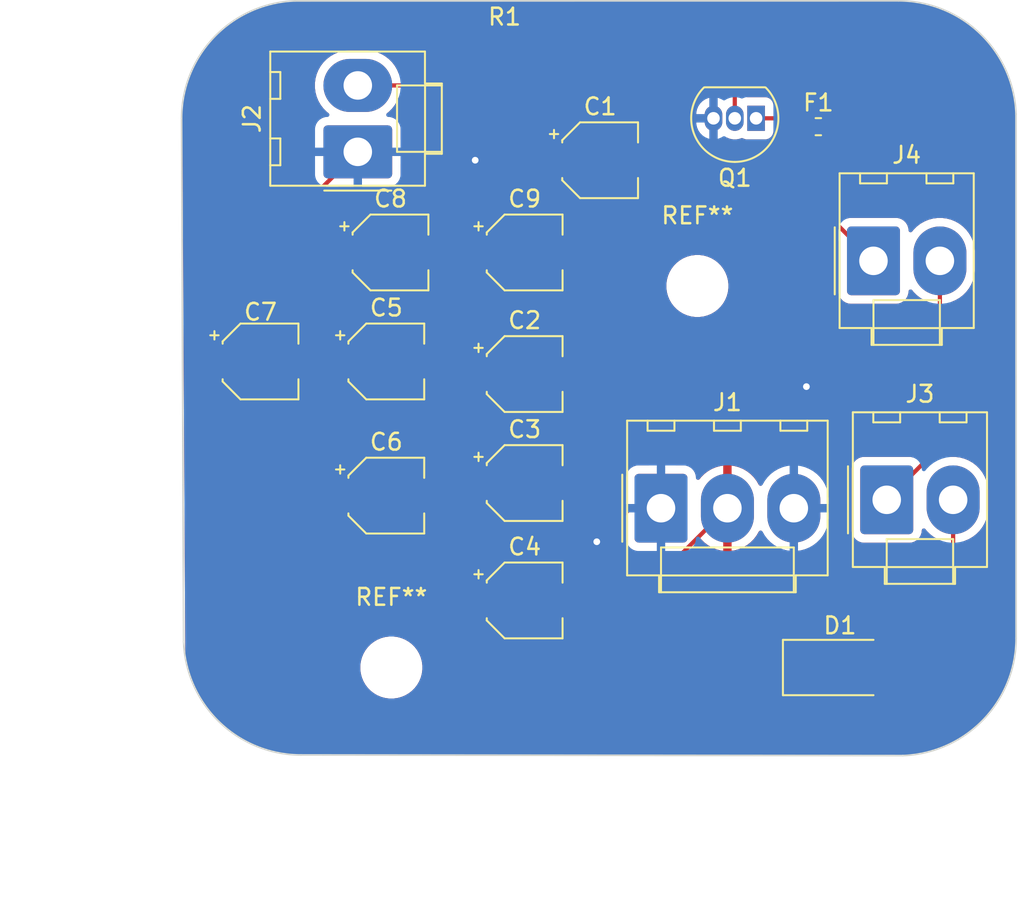
<source format=kicad_pcb>
(kicad_pcb (version 20240108) (generator "pcbnew") (generator_version "8.0")
  (title_block (title "HornsBoard") (date "2024-10-05") (rev "0.0") (company "Illini Solar Car") (comment 1 "Designed By: Evan Hsieh"))
  (layers (0 "F.Cu" signal) (31 "B.Cu" signal) (34 "B.Paste" user) (35 "F.Paste" user) (36 "B.SilkS" user "B.Silkscreen") (37 "F.SilkS" user "F.Silkscreen") (38 "B.Mask" user) (39 "F.Mask" user) (44 "Edge.Cuts" user))
  (net 0 "")
  (net 1 "Net-(Q1-D)")
  (net 2 "Net-(Q1-G)")
  (net 3 "GND")
  (net 4 "/HornIn")
  (net 5 "+24V")
  (net 6 "/HornCtrl")
  (net 7 "Net-(C1-Pad1)")
  (net 8 "Net-(J4-Pin_1)")
  (net 9 "Net-(J3-Pin_1)")
  (net 10 "Net-(C2-Pad2)")
  (net 11 "Net-(C2-Pad1)")
  (net 12 "Net-(C3-Pad2)")
  (net 13 "Net-(C5-Pad2)")
  (net 14 "Net-(C5-Pad1)")
  (net 15 "Net-(C6-Pad2)")
  (net 16 "Net-(C8-Pad1)")
  (footprint "Connector_Molex:Molex_KK-396_A-41791-0002_1x02_P3.96mm_Vertical" (layer "F.Cu") (at 168.25 95)
    (property "Reference" "J4" (at 1.98 -6.31 0) (layer "F.SilkS"))
    (property "Value" "Conn_01x02")
    (fp_line (start -2.31 -2) (end -2.31 2) (stroke (width 0.12)) (layer "F.SilkS"))
    (fp_line (start -2.02 -5.22) (end 5.98 -5.22) (stroke (width 0.12)) (layer "F.SilkS"))
    (fp_line (start -2.02 4.005) (end -2.02 -5.22) (stroke (width 0.12)) (layer "F.SilkS"))
    (fp_line (start -0.8 -5.22) (end -0.8 -4.62) (stroke (width 0.12)) (layer "F.SilkS"))
    (fp_line (start -0.8 -4.62) (end 0.8 -4.62) (stroke (width 0.12)) (layer "F.SilkS"))
    (fp_line (start -0.115 4.005) (end -2.02 4.005) (stroke (width 0.12)) (layer "F.SilkS"))
    (fp_line (start -0.115 5.01) (end -0.115 4.005) (stroke (width 0.12)) (layer "F.SilkS"))
    (fp_line (start 0 2.34) (end 3.96 2.34) (stroke (width 0.12)) (layer "F.SilkS"))
    (fp_line (start 0 4.01) (end 0 2.34) (stroke (width 0.12)) (layer "F.SilkS"))
    (fp_line (start 0 4.01) (end 3.96 4.01) (stroke (width 0.12)) (layer "F.SilkS"))
    (fp_line (start 0 5.01) (end 0 4.01) (stroke (width 0.12)) (layer "F.SilkS"))
    (fp_line (start 0.8 -4.62) (end 0.8 -5.22) (stroke (width 0.12)) (layer "F.SilkS"))
    (fp_line (start 3.16 -5.22) (end 3.16 -4.62) (stroke (width 0.12)) (layer "F.SilkS"))
    (fp_line (start 3.16 -4.62) (end 4.76 -4.62) (stroke (width 0.12)) (layer "F.SilkS"))
    (fp_line (start 3.96 2.34) (end 3.96 4.01) (stroke (width 0.12)) (layer "F.SilkS"))
    (fp_line (start 3.96 4.01) (end 3.96 5.01) (stroke (width 0.12)) (layer "F.SilkS"))
    (fp_line (start 4.075 4.005) (end 4.075 5.01) (stroke (width 0.12)) (layer "F.SilkS"))
    (fp_line (start 4.075 5.01) (end -0.115 5.01) (stroke (width 0.12)) (layer "F.SilkS"))
    (fp_line (start 4.76 -4.62) (end 4.76 -5.22) (stroke (width 0.12)) (layer "F.SilkS"))
    (fp_line (start 5.98 -5.22) (end 5.98 4.005) (stroke (width 0.12)) (layer "F.SilkS"))
    (fp_line (start 5.98 4.005) (end 4.075 4.005) (stroke (width 0.12)) (layer "F.SilkS"))
    (pad "1" thru_hole roundrect (at 0 0) (size 3.16 4.1) (drill 1.7) (layers "*.Cu" "*.Mask") (roundrect_rratio 0.079114) (net 8 "Net-(J4-Pin_1)"))
    (pad "2" thru_hole oval (at 3.96 0) (size 3.16 4.1) (drill 1.7) (layers "*.Cu" "*.Mask") (net 9 "Net-(J3-Pin_1)"))
  )
  (footprint "Resistor_SMD:R_0201_0603Metric" (layer "F.Cu") (at 146.25 81.5)
    (property "Reference" "R1" (at 0 -1.05 0) (layer "F.SilkS"))
    (property "Value" "1 kOhm")
    (pad "1" smd roundrect (at -0.32 0) (size 0.46 0.4) (layers "F.Cu" "F.Mask") (net 6 "/HornCtrl"))
    (pad "2" smd roundrect (at 0.32 0) (size 0.46 0.4) (layers "F.Cu" "F.Mask") (net 7 "Net-(C1-Pad1)"))
  )
  (footprint "Package_TO_SOT_THT:TO-92_Inline" (layer "F.Cu") (at 161.25 86.5 180)
    (property "Reference" "Q1" (at 1.27 -3.56 0) (layer "F.SilkS"))
    (property "Value" "BS108")
    (fp_line (start -0.53 1.85) (end 3.07 1.85) (stroke (width 0.12)) (layer "F.SilkS"))
    (fp_arc (start 1.27 -2.6) (mid 3.672087 -0.994977) (end 3.108478 1.838478) (stroke (width 0.12)) (layer "F.SilkS"))
    (fp_arc (start -0.568478 1.838478) (mid -1.132087 -0.994977) (end 1.27 -2.6) (stroke (width 0.12)) (layer "F.SilkS"))
    (pad "1" thru_hole rect (at 0 0 180) (size 1.05 1.5) (drill 0.75) (layers "*.Cu" "*.Mask") (net 1 "Net-(Q1-D)"))
    (pad "2" thru_hole oval (at 1.27 0 180) (size 1.05 1.5) (drill 0.75) (layers "*.Cu" "*.Mask") (net 2 "Net-(Q1-G)"))
    (pad "3" thru_hole oval (at 2.54 0 180) (size 1.05 1.5) (drill 0.75) (layers "*.Cu" "*.Mask") (net 3 "GND"))
  )
  (footprint "Connector_Molex:Molex_KK-396_A-41791-0002_1x02_P3.96mm_Vertical" (layer "F.Cu") (at 137.5 88.5 90)
    (property "Reference" "J2" (at 1.98 -6.31 90) (layer "F.SilkS"))
    (property "Value" "Conn_01x02")
    (fp_line (start 5.98 -5.22) (end 5.98 4.005) (stroke (width 0.12)) (layer "F.SilkS"))
    (fp_line (start 3.16 -5.22) (end 3.16 -4.62) (stroke (width 0.12)) (layer "F.SilkS"))
    (fp_line (start -0.8 -5.22) (end -0.8 -4.62) (stroke (width 0.12)) (layer "F.SilkS"))
    (fp_line (start -2.02 -5.22) (end 5.98 -5.22) (stroke (width 0.12)) (layer "F.SilkS"))
    (fp_line (start 4.76 -4.62) (end 4.76 -5.22) (stroke (width 0.12)) (layer "F.SilkS"))
    (fp_line (start 3.16 -4.62) (end 4.76 -4.62) (stroke (width 0.12)) (layer "F.SilkS"))
    (fp_line (start 0.8 -4.62) (end 0.8 -5.22) (stroke (width 0.12)) (layer "F.SilkS"))
    (fp_line (start -0.8 -4.62) (end 0.8 -4.62) (stroke (width 0.12)) (layer "F.SilkS"))
    (fp_line (start -2.31 -2) (end -2.31 2) (stroke (width 0.12)) (layer "F.SilkS"))
    (fp_line (start 3.96 2.34) (end 3.96 4.01) (stroke (width 0.12)) (layer "F.SilkS"))
    (fp_line (start 0 2.34) (end 3.96 2.34) (stroke (width 0.12)) (layer "F.SilkS"))
    (fp_line (start 5.98 4.005) (end 4.075 4.005) (stroke (width 0.12)) (layer "F.SilkS"))
    (fp_line (start 4.075 4.005) (end 4.075 5.01) (stroke (width 0.12)) (layer "F.SilkS"))
    (fp_line (start -0.115 4.005) (end -2.02 4.005) (stroke (width 0.12)) (layer "F.SilkS"))
    (fp_line (start -2.02 4.005) (end -2.02 -5.22) (stroke (width 0.12)) (layer "F.SilkS"))
    (fp_line (start 3.96 4.01) (end 3.96 5.01) (stroke (width 0.12)) (layer "F.SilkS"))
    (fp_line (start 0 4.01) (end 0 2.34) (stroke (width 0.12)) (layer "F.SilkS"))
    (fp_line (start 0 4.01) (end 3.96 4.01) (stroke (width 0.12)) (layer "F.SilkS"))
    (fp_line (start 4.075 5.01) (end -0.115 5.01) (stroke (width 0.12)) (layer "F.SilkS"))
    (fp_line (start 0 5.01) (end 0 4.01) (stroke (width 0.12)) (layer "F.SilkS"))
    (fp_line (start -0.115 5.01) (end -0.115 4.005) (stroke (width 0.12)) (layer "F.SilkS"))
    (pad "1" thru_hole roundrect (at 0 0 90) (size 3.16 4.1) (drill 1.7) (layers "*.Cu" "*.Mask") (roundrect_rratio 0.079114) (net 3 "GND"))
    (pad "2" thru_hole oval (at 3.96 0 90) (size 3.16 4.1) (drill 1.7) (layers "*.Cu" "*.Mask") (net 6 "/HornCtrl"))
  )
  (footprint "Capacitor_SMD:CP_Elec_4x4.5" (layer "F.Cu") (at 151.95 89)
    (property "Reference" "C1" (at 0 -3.2 0) (layer "F.SilkS"))
    (property "Value" ".1 uF")
    (fp_line (start -3 -1.56) (end -2.5 -1.56) (stroke (width 0.12)) (layer "F.SilkS"))
    (fp_line (start -2.75 -1.81) (end -2.75 -1.31) (stroke (width 0.12)) (layer "F.SilkS"))
    (fp_line (start -2.26 -1.195563) (end -2.26 -1.06) (stroke (width 0.12)) (layer "F.SilkS"))
    (fp_line (start -2.26 -1.195563) (end -1.195563 -2.26) (stroke (width 0.12)) (layer "F.SilkS"))
    (fp_line (start -2.26 1.195563) (end -2.26 1.06) (stroke (width 0.12)) (layer "F.SilkS"))
    (fp_line (start -2.26 1.195563) (end -1.195563 2.26) (stroke (width 0.12)) (layer "F.SilkS"))
    (fp_line (start -1.195563 -2.26) (end 2.26 -2.26) (stroke (width 0.12)) (layer "F.SilkS"))
    (fp_line (start -1.195563 2.26) (end 2.26 2.26) (stroke (width 0.12)) (layer "F.SilkS"))
    (fp_line (start 2.26 -2.26) (end 2.26 -1.06) (stroke (width 0.12)) (layer "F.SilkS"))
    (fp_line (start 2.26 2.26) (end 2.26 1.06) (stroke (width 0.12)) (layer "F.SilkS"))
    (pad "1" smd roundrect (at -1.8 0) (size 2.6 1.6) (layers "F.Cu" "F.Paste" "F.Mask") (roundrect_rratio 0.15625) (net 7 "Net-(C1-Pad1)"))
    (pad "2" smd roundrect (at 1.8 0) (size 2.6 1.6) (layers "F.Cu" "F.Paste" "F.Mask") (roundrect_rratio 0.15625) (net 2 "Net-(Q1-G)"))
  )
  (footprint "Connector_Molex:Molex_KK-396_A-41791-0002_1x02_P3.96mm_Vertical" (layer "F.Cu") (at 169.04 109.25)
    (property "Reference" "J3" (at 1.98 -6.31 0) (layer "F.SilkS"))
    (property "Value" "Conn_01x02")
    (fp_line (start -2.31 -2) (end -2.31 2) (stroke (width 0.12)) (layer "F.SilkS"))
    (fp_line (start -2.02 -5.22) (end 5.98 -5.22) (stroke (width 0.12)) (layer "F.SilkS"))
    (fp_line (start -2.02 4.005) (end -2.02 -5.22) (stroke (width 0.12)) (layer "F.SilkS"))
    (fp_line (start -0.8 -5.22) (end -0.8 -4.62) (stroke (width 0.12)) (layer "F.SilkS"))
    (fp_line (start -0.8 -4.62) (end 0.8 -4.62) (stroke (width 0.12)) (layer "F.SilkS"))
    (fp_line (start -0.115 4.005) (end -2.02 4.005) (stroke (width 0.12)) (layer "F.SilkS"))
    (fp_line (start -0.115 5.01) (end -0.115 4.005) (stroke (width 0.12)) (layer "F.SilkS"))
    (fp_line (start 0 2.34) (end 3.96 2.34) (stroke (width 0.12)) (layer "F.SilkS"))
    (fp_line (start 0 4.01) (end 0 2.34) (stroke (width 0.12)) (layer "F.SilkS"))
    (fp_line (start 0 4.01) (end 3.96 4.01) (stroke (width 0.12)) (layer "F.SilkS"))
    (fp_line (start 0 5.01) (end 0 4.01) (stroke (width 0.12)) (layer "F.SilkS"))
    (fp_line (start 0.8 -4.62) (end 0.8 -5.22) (stroke (width 0.12)) (layer "F.SilkS"))
    (fp_line (start 3.16 -5.22) (end 3.16 -4.62) (stroke (width 0.12)) (layer "F.SilkS"))
    (fp_line (start 3.16 -4.62) (end 4.76 -4.62) (stroke (width 0.12)) (layer "F.SilkS"))
    (fp_line (start 3.96 2.34) (end 3.96 4.01) (stroke (width 0.12)) (layer "F.SilkS"))
    (fp_line (start 3.96 4.01) (end 3.96 5.01) (stroke (width 0.12)) (layer "F.SilkS"))
    (fp_line (start 4.075 4.005) (end 4.075 5.01) (stroke (width 0.12)) (layer "F.SilkS"))
    (fp_line (start 4.075 5.01) (end -0.115 5.01) (stroke (width 0.12)) (layer "F.SilkS"))
    (fp_line (start 4.76 -4.62) (end 4.76 -5.22) (stroke (width 0.12)) (layer "F.SilkS"))
    (fp_line (start 5.98 -5.22) (end 5.98 4.005) (stroke (width 0.12)) (layer "F.SilkS"))
    (fp_line (start 5.98 4.005) (end 4.075 4.005) (stroke (width 0.12)) (layer "F.SilkS"))
    (pad "1" thru_hole roundrect (at 0 0) (size 3.16 4.1) (drill 1.7) (layers "*.Cu" "*.Mask") (roundrect_rratio 0.079114) (net 9 "Net-(J3-Pin_1)"))
    (pad "2" thru_hole oval (at 3.96 0) (size 3.16 4.1) (drill 1.7) (layers "*.Cu" "*.Mask") (net 4 "/HornIn"))
  )
  (footprint "Capacitor_SMD:CP_Elec_4x4.5" (layer "F.Cu") (at 147.45 101.75)
    (property "Reference" "C2" (at 0 -3.2 0) (layer "F.SilkS"))
    (property "Value" "1 uF")
    (fp_line (start -3 -1.56) (end -2.5 -1.56) (stroke (width 0.12)) (layer "F.SilkS"))
    (fp_line (start -2.75 -1.81) (end -2.75 -1.31) (stroke (width 0.12)) (layer "F.SilkS"))
    (fp_line (start -2.26 -1.195563) (end -2.26 -1.06) (stroke (width 0.12)) (layer "F.SilkS"))
    (fp_line (start -2.26 -1.195563) (end -1.195563 -2.26) (stroke (width 0.12)) (layer "F.SilkS"))
    (fp_line (start -2.26 1.195563) (end -2.26 1.06) (stroke (width 0.12)) (layer "F.SilkS"))
    (fp_line (start -2.26 1.195563) (end -1.195563 2.26) (stroke (width 0.12)) (layer "F.SilkS"))
    (fp_line (start -1.195563 -2.26) (end 2.26 -2.26) (stroke (width 0.12)) (layer "F.SilkS"))
    (fp_line (start -1.195563 2.26) (end 2.26 2.26) (stroke (width 0.12)) (layer "F.SilkS"))
    (fp_line (start 2.26 -2.26) (end 2.26 -1.06) (stroke (width 0.12)) (layer "F.SilkS"))
    (fp_line (start 2.26 2.26) (end 2.26 1.06) (stroke (width 0.12)) (layer "F.SilkS"))
    (pad "1" smd roundrect (at -1.8 0) (size 2.6 1.6) (layers "F.Cu" "F.Paste" "F.Mask") (roundrect_rratio 0.15625) (net 11 "Net-(C2-Pad1)"))
    (pad "2" smd roundrect (at 1.8 0) (size 2.6 1.6) (layers "F.Cu" "F.Paste" "F.Mask") (roundrect_rratio 0.15625) (net 10 "Net-(C2-Pad2)"))
  )
  (footprint "Capacitor_SMD:CP_Elec_4x4.5" (layer "F.Cu") (at 147.45 94.5)
    (property "Reference" "C9" (at 0 -3.2 0) (layer "F.SilkS"))
    (property "Value" "100 uF")
    (fp_line (start -3 -1.56) (end -2.5 -1.56) (stroke (width 0.12)) (layer "F.SilkS"))
    (fp_line (start -2.75 -1.81) (end -2.75 -1.31) (stroke (width 0.12)) (layer "F.SilkS"))
    (fp_line (start -2.26 -1.195563) (end -2.26 -1.06) (stroke (width 0.12)) (layer "F.SilkS"))
    (fp_line (start -2.26 -1.195563) (end -1.195563 -2.26) (stroke (width 0.12)) (layer "F.SilkS"))
    (fp_line (start -2.26 1.195563) (end -2.26 1.06) (stroke (width 0.12)) (layer "F.SilkS"))
    (fp_line (start -2.26 1.195563) (end -1.195563 2.26) (stroke (width 0.12)) (layer "F.SilkS"))
    (fp_line (start -1.195563 -2.26) (end 2.26 -2.26) (stroke (width 0.12)) (layer "F.SilkS"))
    (fp_line (start -1.195563 2.26) (end 2.26 2.26) (stroke (width 0.12)) (layer "F.SilkS"))
    (fp_line (start 2.26 -2.26) (end 2.26 -1.06) (stroke (width 0.12)) (layer "F.SilkS"))
    (fp_line (start 2.26 2.26) (end 2.26 1.06) (stroke (width 0.12)) (layer "F.SilkS"))
    (pad "1" smd roundrect (at -1.8 0) (size 2.6 1.6) (layers "F.Cu" "F.Paste" "F.Mask") (roundrect_rratio 0.15625) (net 16 "Net-(C8-Pad1)"))
    (pad "2" smd roundrect (at 1.8 0) (size 2.6 1.6) (layers "F.Cu" "F.Paste" "F.Mask") (roundrect_rratio 0.15625) (net 11 "Net-(C2-Pad1)"))
  )
  (footprint "MountingHole:MountingHole_3.2mm_M3" (layer "F.Cu") (at 139.5 119.25)
    (property "Reference" "REF**" (at 0 -4.2 0) (layer "F.SilkS"))
    (property "Value" "MountingHole_3.2mm_M3")
    (pad "" np_thru_hole circle (at 0 0) (size 3.2 3.2) (drill 3.2) (layers "*.Cu" "*.Mask"))
  )
  (footprint "Fuse:Fuse_0603_1608Metric" (layer "F.Cu") (at 164.9625 87)
    (property "Reference" "F1" (at 0 -1.43 0) (layer "F.SilkS"))
    (property "Value" "2A")
    (fp_line (start -0.162779 -0.51) (end 0.162779 -0.51) (stroke (width 0.12)) (layer "F.SilkS"))
    (fp_line (start -0.162779 0.51) (end 0.162779 0.51) (stroke (width 0.12)) (layer "F.SilkS"))
    (pad "1" smd roundrect (at -0.7875 0) (size 0.875 0.95) (layers "F.Cu" "F.Paste" "F.Mask") (net 1 "Net-(Q1-D)"))
    (pad "2" smd roundrect (at 0.7875 0) (size 0.875 0.95) (layers "F.Cu" "F.Paste" "F.Mask") (net 8 "Net-(J4-Pin_1)"))
  )
  (footprint "Diode_SMD:D_SMA" (layer "F.Cu") (at 166.25 119.25)
    (property "Reference" "D1" (at 0 -2.5 0) (layer "F.SilkS"))
    (property "Value" "US2DA")
    (fp_line (start -3.4 -1.65) (end -3.4 1.65) (stroke (width 0.12)) (layer "F.SilkS"))
    (fp_line (start -3.4 -1.65) (end 2 -1.65) (stroke (width 0.12)) (layer "F.SilkS"))
    (fp_line (start -3.4 1.65) (end 2 1.65) (stroke (width 0.12)) (layer "F.SilkS"))
    (pad "1" smd rect (at -2 0) (size 2.5 1.8) (layers "F.Cu" "F.Paste" "F.Mask") (net 5 "+24V"))
    (pad "2" smd rect (at 2 0) (size 2.5 1.8) (layers "F.Cu" "F.Paste" "F.Mask") (net 4 "/HornIn"))
  )
  (footprint "Connector_Molex:Molex_KK-396_A-41791-0003_1x03_P3.96mm_Vertical" (layer "F.Cu") (at 155.58 109.75)
    (property "Reference" "J1" (at 3.96 -6.31 0) (layer "F.SilkS"))
    (property "Value" "Conn_01x03")
    (fp_line (start -2.31 -2) (end -2.31 2) (stroke (width 0.12)) (layer "F.SilkS"))
    (fp_line (start -2.02 -5.22) (end 9.94 -5.22) (stroke (width 0.12)) (layer "F.SilkS"))
    (fp_line (start -2.02 4.005) (end -2.02 -5.22) (stroke (width 0.12)) (layer "F.SilkS"))
    (fp_line (start -0.8 -5.22) (end -0.8 -4.62) (stroke (width 0.12)) (layer "F.SilkS"))
    (fp_line (start -0.8 -4.62) (end 0.8 -4.62) (stroke (width 0.12)) (layer "F.SilkS"))
    (fp_line (start -0.115 4.005) (end -2.02 4.005) (stroke (width 0.12)) (layer "F.SilkS"))
    (fp_line (start -0.115 5.01) (end -0.115 4.005) (stroke (width 0.12)) (layer "F.SilkS"))
    (fp_line (start 0 2.34) (end 7.92 2.34) (stroke (width 0.12)) (layer "F.SilkS"))
    (fp_line (start 0 4.01) (end 0 2.34) (stroke (width 0.12)) (layer "F.SilkS"))
    (fp_line (start 0 4.01) (end 7.92 4.01) (stroke (width 0.12)) (layer "F.SilkS"))
    (fp_line (start 0 5.01) (end 0 4.01) (stroke (width 0.12)) (layer "F.SilkS"))
    (fp_line (start 0.8 -4.62) (end 0.8 -5.22) (stroke (width 0.12)) (layer "F.SilkS"))
    (fp_line (start 3.16 -5.22) (end 3.16 -4.62) (stroke (width 0.12)) (layer "F.SilkS"))
    (fp_line (start 3.16 -4.62) (end 4.76 -4.62) (stroke (width 0.12)) (layer "F.SilkS"))
    (fp_line (start 4.76 -4.62) (end 4.76 -5.22) (stroke (width 0.12)) (layer "F.SilkS"))
    (fp_line (start 7.12 -5.22) (end 7.12 -4.62) (stroke (width 0.12)) (layer "F.SilkS"))
    (fp_line (start 7.12 -4.62) (end 8.72 -4.62) (stroke (width 0.12)) (layer "F.SilkS"))
    (fp_line (start 7.92 2.34) (end 7.92 4.01) (stroke (width 0.12)) (layer "F.SilkS"))
    (fp_line (start 7.92 4.01) (end 7.92 5.01) (stroke (width 0.12)) (layer "F.SilkS"))
    (fp_line (start 8.035 4.005) (end 8.035 5.01) (stroke (width 0.12)) (layer "F.SilkS"))
    (fp_line (start 8.035 5.01) (end -0.115 5.01) (stroke (width 0.12)) (layer "F.SilkS"))
    (fp_line (start 8.72 -4.62) (end 8.72 -5.22) (stroke (width 0.12)) (layer "F.SilkS"))
    (fp_line (start 9.94 -5.22) (end 9.94 4.005) (stroke (width 0.12)) (layer "F.SilkS"))
    (fp_line (start 9.94 4.005) (end 8.035 4.005) (stroke (width 0.12)) (layer "F.SilkS"))
    (pad "1" thru_hole roundrect (at 0 0) (size 3.16 4.1) (drill 1.7) (layers "*.Cu" "*.Mask") (roundrect_rratio 0.079114) (net 3 "GND"))
    (pad "2" thru_hole oval (at 3.96 0) (size 3.16 4.1) (drill 1.7) (layers "*.Cu" "*.Mask") (net 5 "+24V"))
    (pad "3" thru_hole oval (at 7.92 0) (size 3.16 4.1) (drill 1.7) (layers "*.Cu" "*.Mask") (net 3 "GND"))
  )
  (footprint "Capacitor_SMD:CP_Elec_4x4.5" (layer "F.Cu") (at 139.2 101)
    (property "Reference" "C5" (at 0 -3.2 0) (layer "F.SilkS"))
    (property "Value" "10 uF")
    (fp_line (start -3 -1.56) (end -2.5 -1.56) (stroke (width 0.12)) (layer "F.SilkS"))
    (fp_line (start -2.75 -1.81) (end -2.75 -1.31) (stroke (width 0.12)) (layer "F.SilkS"))
    (fp_line (start -2.26 -1.195563) (end -2.26 -1.06) (stroke (width 0.12)) (layer "F.SilkS"))
    (fp_line (start -2.26 -1.195563) (end -1.195563 -2.26) (stroke (width 0.12)) (layer "F.SilkS"))
    (fp_line (start -2.26 1.195563) (end -2.26 1.06) (stroke (width 0.12)) (layer "F.SilkS"))
    (fp_line (start -2.26 1.195563) (end -1.195563 2.26) (stroke (width 0.12)) (layer "F.SilkS"))
    (fp_line (start -1.195563 -2.26) (end 2.26 -2.26) (stroke (width 0.12)) (layer "F.SilkS"))
    (fp_line (start -1.195563 2.26) (end 2.26 2.26) (stroke (width 0.12)) (layer "F.SilkS"))
    (fp_line (start 2.26 -2.26) (end 2.26 -1.06) (stroke (width 0.12)) (layer "F.SilkS"))
    (fp_line (start 2.26 2.26) (end 2.26 1.06) (stroke (width 0.12)) (layer "F.SilkS"))
    (pad "1" smd roundrect (at -1.8 0) (size 2.6 1.6) (layers "F.Cu" "F.Paste" "F.Mask") (roundrect_rratio 0.15625) (net 14 "Net-(C5-Pad1)"))
    (pad "2" smd roundrect (at 1.8 0) (size 2.6 1.6) (layers "F.Cu" "F.Paste" "F.Mask") (roundrect_rratio 0.15625) (net 13 "Net-(C5-Pad2)"))
  )
  (footprint "Capacitor_SMD:CP_Elec_4x4.5" (layer "F.Cu") (at 139.45 94.5)
    (property "Reference" "C8" (at 0 -3.2 0) (layer "F.SilkS"))
    (property "Value" "10 uF")
    (fp_line (start -3 -1.56) (end -2.5 -1.56) (stroke (width 0.12)) (layer "F.SilkS"))
    (fp_line (start -2.75 -1.81) (end -2.75 -1.31) (stroke (width 0.12)) (layer "F.SilkS"))
    (fp_line (start -2.26 -1.195563) (end -2.26 -1.06) (stroke (width 0.12)) (layer "F.SilkS"))
    (fp_line (start -2.26 -1.195563) (end -1.195563 -2.26) (stroke (width 0.12)) (layer "F.SilkS"))
    (fp_line (start -2.26 1.195563) (end -2.26 1.06) (stroke (width 0.12)) (layer "F.SilkS"))
    (fp_line (start -2.26 1.195563) (end -1.195563 2.26) (stroke (width 0.12)) (layer "F.SilkS"))
    (fp_line (start -1.195563 -2.26) (end 2.26 -2.26) (stroke (width 0.12)) (layer "F.SilkS"))
    (fp_line (start -1.195563 2.26) (end 2.26 2.26) (stroke (width 0.12)) (layer "F.SilkS"))
    (fp_line (start 2.26 -2.26) (end 2.26 -1.06) (stroke (width 0.12)) (layer "F.SilkS"))
    (fp_line (start 2.26 2.26) (end 2.26 1.06) (stroke (width 0.12)) (layer "F.SilkS"))
    (pad "1" smd roundrect (at -1.8 0) (size 2.6 1.6) (layers "F.Cu" "F.Paste" "F.Mask") (roundrect_rratio 0.15625) (net 16 "Net-(C8-Pad1)"))
    (pad "2" smd roundrect (at 1.8 0) (size 2.6 1.6) (layers "F.Cu" "F.Paste" "F.Mask") (roundrect_rratio 0.15625) (net 14 "Net-(C5-Pad1)"))
  )
  (footprint "Capacitor_SMD:CP_Elec_4x4.5" (layer "F.Cu") (at 131.7 101)
    (property "Reference" "C7" (at 0 -2.95 0) (layer "F.SilkS"))
    (property "Value" ".1 uF")
    (fp_line (start -3 -1.56) (end -2.5 -1.56) (stroke (width 0.12)) (layer "F.SilkS"))
    (fp_line (start -2.75 -1.81) (end -2.75 -1.31) (stroke (width 0.12)) (layer "F.SilkS"))
    (fp_line (start -2.26 -1.195563) (end -2.26 -1.06) (stroke (width 0.12)) (layer "F.SilkS"))
    (fp_line (start -2.26 -1.195563) (end -1.195563 -2.26) (stroke (width 0.12)) (layer "F.SilkS"))
    (fp_line (start -2.26 1.195563) (end -2.26 1.06) (stroke (width 0.12)) (layer "F.SilkS"))
    (fp_line (start -2.26 1.195563) (end -1.195563 2.26) (stroke (width 0.12)) (layer "F.SilkS"))
    (fp_line (start -1.195563 -2.26) (end 2.26 -2.26) (stroke (width 0.12)) (layer "F.SilkS"))
    (fp_line (start -1.195563 2.26) (end 2.26 2.26) (stroke (width 0.12)) (layer "F.SilkS"))
    (fp_line (start 2.26 -2.26) (end 2.26 -1.06) (stroke (width 0.12)) (layer "F.SilkS"))
    (fp_line (start 2.26 2.26) (end 2.26 1.06) (stroke (width 0.12)) (layer "F.SilkS"))
    (pad "1" smd roundrect (at -1.8 0) (size 2.6 1.6) (layers "F.Cu" "F.Paste" "F.Mask") (roundrect_rratio 0.15625) (net 15 "Net-(C6-Pad2)"))
    (pad "2" smd roundrect (at 1.8 0) (size 2.6 1.6) (layers "F.Cu" "F.Paste" "F.Mask") (roundrect_rratio 0.15625) (net 3 "GND"))
  )
  (footprint "Capacitor_SMD:CP_Elec_4x4.5" (layer "F.Cu") (at 147.45 115.25)
    (property "Reference" "C4" (at 0 -3.2 0) (layer "F.SilkS"))
    (property "Value" ".1 uF")
    (fp_line (start -3 -1.56) (end -2.5 -1.56) (stroke (width 0.12)) (layer "F.SilkS"))
    (fp_line (start -2.75 -1.81) (end -2.75 -1.31) (stroke (width 0.12)) (layer "F.SilkS"))
    (fp_line (start -2.26 -1.195563) (end -2.26 -1.06) (stroke (width 0.12)) (layer "F.SilkS"))
    (fp_line (start -2.26 -1.195563) (end -1.195563 -2.26) (stroke (width 0.12)) (layer "F.SilkS"))
    (fp_line (start -2.26 1.195563) (end -2.26 1.06) (stroke (width 0.12)) (layer "F.SilkS"))
    (fp_line (start -2.26 1.195563) (end -1.195563 2.26) (stroke (width 0.12)) (layer "F.SilkS"))
    (fp_line (start -1.195563 -2.26) (end 2.26 -2.26) (stroke (width 0.12)) (layer "F.SilkS"))
    (fp_line (start -1.195563 2.26) (end 2.26 2.26) (stroke (width 0.12)) (layer "F.SilkS"))
    (fp_line (start 2.26 -2.26) (end 2.26 -1.06) (stroke (width 0.12)) (layer "F.SilkS"))
    (fp_line (start 2.26 2.26) (end 2.26 1.06) (stroke (width 0.12)) (layer "F.SilkS"))
    (pad "1" smd roundrect (at -1.8 0) (size 2.6 1.6) (layers "F.Cu" "F.Paste" "F.Mask") (roundrect_rratio 0.15625) (net 12 "Net-(C3-Pad2)"))
    (pad "2" smd roundrect (at 1.8 0) (size 2.6 1.6) (layers "F.Cu" "F.Paste" "F.Mask") (roundrect_rratio 0.15625) (net 5 "+24V"))
  )
  (footprint "Capacitor_SMD:CP_Elec_4x4.5" (layer "F.Cu") (at 139.2 109)
    (property "Reference" "C6" (at 0 -3.2 0) (layer "F.SilkS"))
    (property "Value" "1 uF")
    (fp_line (start -3 -1.56) (end -2.5 -1.56) (stroke (width 0.12)) (layer "F.SilkS"))
    (fp_line (start -2.75 -1.81) (end -2.75 -1.31) (stroke (width 0.12)) (layer "F.SilkS"))
    (fp_line (start -2.26 -1.195563) (end -2.26 -1.06) (stroke (width 0.12)) (layer "F.SilkS"))
    (fp_line (start -2.26 -1.195563) (end -1.195563 -2.26) (stroke (width 0.12)) (layer "F.SilkS"))
    (fp_line (start -2.26 1.195563) (end -2.26 1.06) (stroke (width 0.12)) (layer "F.SilkS"))
    (fp_line (start -2.26 1.195563) (end -1.195563 2.26) (stroke (width 0.12)) (layer "F.SilkS"))
    (fp_line (start -1.195563 -2.26) (end 2.26 -2.26) (stroke (width 0.12)) (layer "F.SilkS"))
    (fp_line (start -1.195563 2.26) (end 2.26 2.26) (stroke (width 0.12)) (layer "F.SilkS"))
    (fp_line (start 2.26 -2.26) (end 2.26 -1.06) (stroke (width 0.12)) (layer "F.SilkS"))
    (fp_line (start 2.26 2.26) (end 2.26 1.06) (stroke (width 0.12)) (layer "F.SilkS"))
    (pad "1" smd roundrect (at -1.8 0) (size 2.6 1.6) (layers "F.Cu" "F.Paste" "F.Mask") (roundrect_rratio 0.15625) (net 13 "Net-(C5-Pad2)"))
    (pad "2" smd roundrect (at 1.8 0) (size 2.6 1.6) (layers "F.Cu" "F.Paste" "F.Mask") (roundrect_rratio 0.15625) (net 15 "Net-(C6-Pad2)"))
  )
  (footprint "MountingHole:MountingHole_3.2mm_M3" (layer "F.Cu") (at 157.75 96.5)
    (property "Reference" "REF**" (at 0 -4.2 0) (layer "F.SilkS"))
    (property "Value" "MountingHole_3.2mm_M3")
    (pad "" np_thru_hole circle (at 0 0) (size 3.2 3.2) (drill 3.2) (layers "*.Cu" "*.Mask"))
  )
  (footprint "Capacitor_SMD:CP_Elec_4x4.5" (layer "F.Cu") (at 147.45 108.25)
    (property "Reference" "C3" (at 0 -3.2 0) (layer "F.SilkS"))
    (property "Value" ".1 uF")
    (fp_line (start -3 -1.56) (end -2.5 -1.56) (stroke (width 0.12)) (layer "F.SilkS"))
    (fp_line (start -2.75 -1.81) (end -2.75 -1.31) (stroke (width 0.12)) (layer "F.SilkS"))
    (fp_line (start -2.26 -1.195563) (end -2.26 -1.06) (stroke (width 0.12)) (layer "F.SilkS"))
    (fp_line (start -2.26 -1.195563) (end -1.195563 -2.26) (stroke (width 0.12)) (layer "F.SilkS"))
    (fp_line (start -2.26 1.195563) (end -2.26 1.06) (stroke (width 0.12)) (layer "F.SilkS"))
    (fp_line (start -2.26 1.195563) (end -1.195563 2.26) (stroke (width 0.12)) (layer "F.SilkS"))
    (fp_line (start -1.195563 -2.26) (end 2.26 -2.26) (stroke (width 0.12)) (layer "F.SilkS"))
    (fp_line (start -1.195563 2.26) (end 2.26 2.26) (stroke (width 0.12)) (layer "F.SilkS"))
    (fp_line (start 2.26 -2.26) (end 2.26 -1.06) (stroke (width 0.12)) (layer "F.SilkS"))
    (fp_line (start 2.26 2.26) (end 2.26 1.06) (stroke (width 0.12)) (layer "F.SilkS"))
    (pad "1" smd roundrect (at -1.8 0) (size 2.6 1.6) (layers "F.Cu" "F.Paste" "F.Mask") (roundrect_rratio 0.15625) (net 10 "Net-(C2-Pad2)"))
    (pad "2" smd roundrect (at 1.8 0) (size 2.6 1.6) (layers "F.Cu" "F.Paste" "F.Mask") (roundrect_rratio 0.15625) (net 12 "Net-(C3-Pad2)"))
  )
  (gr_line (start 127.113712 117.709484) (end 126.995538 86.499999) (stroke (width 0.1)) (layer "Edge.Cuts"))
  (gr_line (start 176.75 86.25) (end 176.754462 117.5) (stroke (width 0.1)) (layer "Edge.Cuts"))
  (gr_arc (start 126.995538 86.499999) (mid 128.959484 81.636288) (end 133.75 79.5) (stroke (width 0.1)) (layer "Edge.Cuts"))
  (gr_line (start 133.75 79.5) (end 169.750001 79.495538) (stroke (width 0.1)) (layer "Edge.Cuts"))
  (gr_line (start 170 124.499999) (end 134.113711 124.463946) (stroke (width 0.1)) (layer "Edge.Cuts"))
  (gr_arc (start 169.750001 79.495538) (mid 174.613712 81.459484) (end 176.75 86.25) (stroke (width 0.1)) (layer "Edge.Cuts"))
  (gr_arc (start 176.754462 117.5) (mid 174.790516 122.363711) (end 170 124.499999) (stroke (width 0.1)) (layer "Edge.Cuts"))
  (gr_arc (start 134.113711 124.463946) (mid 129.25 122.5) (end 127.113712 117.709484) (stroke (width 0.1)) (layer "Edge.Cuts"))
  (segment (start 163.675 86.5) (end 164.175 87) (width 0.25) (layer "F.Cu") (net 1))
  (segment (start 161.25 86.5) (end 163.675 86.5) (width 0.25) (layer "F.Cu") (net 1))
  (segment (start 156.5 82.5) (end 159.25 82.5) (width 0.25) (layer "F.Cu") (net 2))
  (segment (start 160 83.25) (end 159.98 83.27) (width 0.25) (layer "F.Cu") (net 2))
  (segment (start 155.75 83.25) (end 156.5 82.5) (width 0.25) (layer "F.Cu") (net 2))
  (segment (start 155.75 87) (end 155.75 83.25) (width 0.25) (layer "F.Cu") (net 2))
  (segment (start 159.25 82.5) (end 160 83.25) (width 0.25) (layer "F.Cu") (net 2))
  (segment (start 153.75 89) (end 155.75 87) (width 0.25) (layer "F.Cu") (net 2))
  (segment (start 159.98 83.27) (end 159.98 86.5) (width 0.25) (layer "F.Cu") (net 2))
  (segment (start 155.58 109.75) (end 153.75 109.75) (width 0.25) (layer "F.Cu") (net 3))
  (segment (start 153.75 109.75) (end 151.75 111.75) (width 0.25) (layer "F.Cu") (net 3))
  (segment (start 162.25 100.25) (end 155.58 106.92) (width 0.25) (layer "F.Cu") (net 3))
  (segment (start 158.71 90.71) (end 161.25 93.25) (width 0.25) (layer "F.Cu") (net 3))
  (segment (start 133.5 101) (end 133.5 92.5) (width 0.25) (layer "F.Cu") (net 3))
  (segment (start 162.25 93.25) (end 162.25 100.25) (width 0.25) (layer "F.Cu") (net 3))
  (segment (start 155.58 106.92) (end 155.58 109.75) (width 0.25) (layer "F.Cu") (net 3))
  (segment (start 163.5 109.75) (end 163.5 103.25) (width 0.25) (layer "F.Cu") (net 3))
  (segment (start 163.5 103.25) (end 164.25 102.5) (width 0.25) (layer "F.Cu") (net 3))
  (segment (start 137.5 88.5) (end 144 88.5) (width 0.25) (layer "F.Cu") (net 3))
  (segment (start 133.5 92.5) (end 137.5 88.5) (width 0.25) (layer "F.Cu") (net 3))
  (segment (start 144 88.5) (end 144.5 89) (width 0.25) (layer "F.Cu") (net 3))
  (segment (start 158.71 86.5) (end 158.71 90.71) (width 0.25) (layer "F.Cu") (net 3))
  (segment (start 161.25 93.25) (end 162.25 93.25) (width 0.25) (layer "F.Cu") (net 3))
  (via (at 164.25 102.5) (size 0.8) (drill 0.4) (layers "F.Cu" "B.Cu") (net 3))
  (via (at 151.75 111.75) (size 0.8) (drill 0.4) (layers "F.Cu" "B.Cu") (net 3))
  (via (at 144.5 89) (size 0.8) (drill 0.4) (layers "F.Cu" "B.Cu") (net 3))
  (segment (start 173 114.5) (end 168.25 119.25) (width 0.25) (layer "F.Cu") (net 4))
  (segment (start 173 109.25) (end 173 114.5) (width 0.25) (layer "F.Cu") (net 4))
  (segment (start 159.5 117.5) (end 159.54 117.46) (width 0.25) (layer "F.Cu") (net 5))
  (segment (start 164.25 119.25) (end 160.75 119.25) (width 0.25) (layer "F.Cu") (net 5))
  (segment (start 159.54 117.46) (end 159.54 109.75) (width 0.25) (layer "F.Cu") (net 5))
  (segment (start 159.5301 109.75) (end 154.0301 115.25) (width 0.25) (layer "F.Cu") (net 5))
  (segment (start 154.0301 115.25) (end 149.25 115.25) (width 0.25) (layer "F.Cu") (net 5))
  (segment (start 160.75 119.25) (end 159.5 118) (width 0.25) (layer "F.Cu") (net 5))
  (segment (start 159.54 109.75) (end 159.5301 109.75) (width 0.25) (layer "F.Cu") (net 5))
  (segment (start 159.5 118) (end 159.5 117.5) (width 0.25) (layer "F.Cu") (net 5))
  (segment (start 142.89 84.54) (end 145.93 81.5) (width 0.25) (layer "F.Cu") (net 6))
  (segment (start 137.5 84.54) (end 142.89 84.54) (width 0.25) (layer "F.Cu") (net 6))
  (segment (start 146.57 81.5) (end 146.57 88.32) (width 0.25) (layer "F.Cu") (net 7))
  (segment (start 146.57 88.32) (end 147.25 89) (width 0.25) (layer "F.Cu") (net 7))
  (segment (start 147.25 89) (end 150.15 89) (width 0.25) (layer "F.Cu") (net 7))
  (segment (start 165.75 92.5) (end 168.25 95) (width 0.25) (layer "F.Cu") (net 8))
  (segment (start 165.75 87) (end 165.75 92.5) (width 0.25) (layer "F.Cu") (net 8))
  (segment (start 172.21 95) (end 172.21 106.08) (width 0.25) (layer "F.Cu") (net 9))
  (segment (start 172.21 106.08) (end 169.04 109.25) (width 0.25) (layer "F.Cu") (net 9))
  (segment (start 145.65 108.25) (end 149.25 104.65) (width 0.25) (layer "F.Cu") (net 10))
  (segment (start 149.25 104.65) (end 149.25 101.75) (width 0.25) (layer "F.Cu") (net 10))
  (segment (start 149.25 98.15) (end 149.25 94.5) (width 0.25) (layer "F.Cu") (net 11))
  (segment (start 145.65 101.75) (end 149.25 98.15) (width 0.25) (layer "F.Cu") (net 11))
  (segment (start 149.25 111.65) (end 149.25 108.25) (width 0.25) (layer "F.Cu") (net 12))
  (segment (start 145.65 115.25) (end 149.25 111.65) (width 0.25) (layer "F.Cu") (net 12))
  (segment (start 137.4 104.6) (end 137.4 109) (width 0.25) (layer "F.Cu") (net 13))
  (segment (start 141 101) (end 137.4 104.6) (width 0.25) (layer "F.Cu") (net 13))
  (segment (start 141.25 94.5) (end 137.4 98.35) (width 0.25) (layer "F.Cu") (net 14))
  (segment (start 137.4 98.35) (end 137.4 101) (width 0.25) (layer "F.Cu") (net 14))
  (segment (start 129.5 111) (end 129.9 110.6) (width 0.25) (layer "F.Cu") (net 15))
  (segment (start 141 112.25) (end 140.25 113) (width 0.25) (layer "F.Cu") (net 15))
  (segment (start 129.9 110.6) (end 129.9 101) (width 0.25) (layer "F.Cu") (net 15))
  (segment (start 140.25 113) (end 131.5 113) (width 0.25) (layer "F.Cu") (net 15))
  (segment (start 131.5 113) (end 129.5 111) (width 0.25) (layer "F.Cu") (net 15))
  (segment (start 141 109) (end 141 112.25) (width 0.25) (layer "F.Cu") (net 15))
  (segment (start 145.65 94.5) (end 144.525 93.375) (width 0.25) (layer "F.Cu") (net 16))
  (segment (start 138.775 93.375) (end 137.65 94.5) (width 0.25) (layer "F.Cu") (net 16))
  (segment (start 144.525 93.375) (end 138.775 93.375) (width 0.25) (layer "F.Cu") (net 16))
  (zone (net 5) (net_name "+24V") (layer "F.Cu") (connect_pads (clearance 0.508)) (min_thickness 0.25) (fill yes (thermal_gap 0.5) (thermal_bridge_width 0.5))
    (polygon (pts (xy 127 79.5) (xy 177 79.5) (xy 177.25 124.5) (xy 127.25 124.5)))
  )
  (zone (net 3) (net_name "GND") (layer "B.Cu") (priority 1) (connect_pads (clearance 0.508)) (min_thickness 0.25) (fill yes (thermal_gap 0.5) (thermal_bridge_width 0.5))
    (polygon (pts (xy 127 79.5) (xy 176.75 79.5) (xy 176.75 124.5) (xy 127.25 124.5) (xy 127 79.75)))
  )
)
</source>
